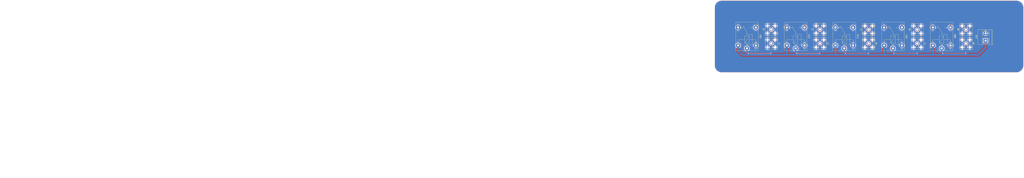
<source format=kicad_pcb>
(kicad_pcb (version 20211014) (generator pcbnew)
  (layers (0 "F.Cu" signal) (31 "B.Cu" signal) (34 "B.Paste" user) (35 "F.Paste" user) (36 "B.SilkS" user "B.Silkscreen") (37 "F.SilkS" user "F.Silkscreen") (38 "B.Mask" user) (39 "F.Mask" user) (44 "Edge.Cuts" user))
  (net 0 "")
  (net 1 "Net-(J0-Pad1)")
  (net 2 "GND")
  (net 3 "Net-(J1-Pad1)")
  (net 4 "Net-(J2-Pad1)")
  (net 5 "Net-(J3-Pad1)")
  (net 6 "Net-(J4-Pad1)")
  (net 7 "Net-(J5-Pad1)")
  (net 8 "Net-(J6-Pad1)")
  (net 9 "Net-(J7-Pad1)")
  (net 10 "Net-(J8-Pad1)")
  (net 11 "Net-(J9-Pad1)")
  (net 12 "+12V")
  (footprint "Connector_Coaxial:SMA_Amphenol_132203-12_Horizontal" (layer "F.Cu") (at 175.7 127.25 180)
    (fp_text reference "J7" (at -5.2 0 90) (layer "F.SilkS"))
    (fp_text value "SMA Connector")
    (fp_line (start -4.15 -4.15) (end -4.15 4.15) (layer "F.SilkS") (width 0.12))
    (fp_line (start 4.15 -4.15) (end 4.15 4.15) (layer "F.SilkS") (width 0.12))
    (fp_line (start -4.15 4.15) (end 4.15 4.15) (layer "F.SilkS") (width 0.12))
    (fp_line (start -4.15 -4.15) (end 4.15 -4.15) (layer "F.SilkS") (width 0.12))
    (pad "1" thru_hole circle (at 0 0 180) (size 2.25 2.25) (drill 1.5) (layers *.Cu *.Mask) (net 9 "Net-(J7-Pad1)"))
    (pad "2" thru_hole circle (at 2.54 2.54 270) (size 2.25 2.25) (drill 1.7) (layers *.Cu *.Mask) (net 2 "GND"))
    (pad "2" thru_hole circle (at 2.54 -2.54 180) (size 2.25 2.25) (drill 1.7) (layers *.Cu *.Mask) (net 2 "GND"))
    (pad "2" thru_hole circle (at -2.54 2.54 180) (size 2.25 2.25) (drill 1.7) (layers *.Cu *.Mask) (net 2 "GND"))
    (pad "2" thru_hole circle (at -2.54 -2.54 180) (size 2.25 2.25) (drill 1.7) (layers *.Cu *.Mask) (net 2 "GND"))
  )
  (footprint "Connector_Coaxial:SMA_Amphenol_132203-12_Horizontal" (layer "F.Cu") (at 175.7 117.8)
    (fp_text reference "J6" (at -5.2 0 90) (layer "F.SilkS"))
    (fp_text value "SMA Connector")
    (fp_line (start -4.15 4.15) (end 4.15 4.15) (layer "F.SilkS") (width 0.12))
    (fp_line (start -4.15 -4.15) (end -4.15 4.15) (layer "F.SilkS") (width 0.12))
    (fp_line (start 4.15 -4.15) (end 4.15 4.15) (layer "F.SilkS") (width 0.12))
    (fp_line (start -4.15 -4.15) (end 4.15 -4.15) (layer "F.SilkS") (width 0.12))
    (pad "1" thru_hole circle (at 0 0) (size 2.25 2.25) (drill 1.5) (layers *.Cu *.Mask) (net 8 "Net-(J6-Pad1)"))
    (pad "2" thru_hole circle (at -2.54 2.54) (size 2.25 2.25) (drill 1.7) (layers *.Cu *.Mask) (net 2 "GND"))
    (pad "2" thru_hole circle (at 2.54 2.54 90) (size 2.25 2.25) (drill 1.7) (layers *.Cu *.Mask) (net 2 "GND"))
    (pad "2" thru_hole circle (at -2.54 -2.54) (size 2.25 2.25) (drill 1.7) (layers *.Cu *.Mask) (net 2 "GND"))
    (pad "2" thru_hole circle (at 2.54 -2.54) (size 2.25 2.25) (drill 1.7) (layers *.Cu *.Mask) (net 2 "GND"))
  )
  (footprint "Connector_Coaxial:SMA_Amphenol_132203-12_Horizontal" (layer "F.Cu") (at 142.7 127.25 180)
    (fp_text reference "J5" (at -5.2 0 90) (layer "F.SilkS"))
    (fp_text value "SMA Connector")
    (fp_line (start -4.15 4.15) (end 4.15 4.15) (layer "F.SilkS") (width 0.12))
    (fp_line (start -4.15 -4.15) (end -4.15 4.15) (layer "F.SilkS") (width 0.12))
    (fp_line (start 4.15 -4.15) (end 4.15 4.15) (layer "F.SilkS") (width 0.12))
    (fp_line (start -4.15 -4.15) (end 4.15 -4.15) (layer "F.SilkS") (width 0.12))
    (pad "1" thru_hole circle (at 0 0 180) (size 2.25 2.25) (drill 1.5) (layers *.Cu *.Mask) (net 7 "Net-(J5-Pad1)"))
    (pad "2" thru_hole circle (at -2.54 -2.54 180) (size 2.25 2.25) (drill 1.7) (layers *.Cu *.Mask) (net 2 "GND"))
    (pad "2" thru_hole circle (at 2.54 -2.54 180) (size 2.25 2.25) (drill 1.7) (layers *.Cu *.Mask) (net 2 "GND"))
    (pad "2" thru_hole circle (at -2.54 2.54 180) (size 2.25 2.25) (drill 1.7) (layers *.Cu *.Mask) (net 2 "GND"))
    (pad "2" thru_hole circle (at 2.54 2.54 270) (size 2.25 2.25) (drill 1.7) (layers *.Cu *.Mask) (net 2 "GND"))
  )
  (footprint "Relay_THT:Relay_SPDT_Finder_36.11" (layer "F.Cu") (at 126.2 130.550002 90)
    (fp_text reference "K45" (at 8.1 9.2 90) (layer "F.SilkS"))
    (fp_text value "FINDER-36.11")
    (fp_line (start -1.5 -7.7) (end 17.7 -7.7) (layer "F.SilkS") (width 0.12))
    (fp_line (start 8.5 1.5) (end 3.5 -1.5) (layer "F.SilkS") (width 0.12))
    (fp_line (start 2.6 0) (end 2.6 3.7) (layer "F.SilkS") (width 0.12))
    (fp_line (start 6 -6) (end 6 -1.5) (layer "F.SilkS") (width 0.12))
    (fp_line (start -1.5 -7.7) (end -1.5 -1.2) (layer "F.SilkS") (width 0.12))
    (fp_line (start 14.2 4.3) (end 14.2 2) (layer "F.SilkS") (width 0.12))
    (fp_line (start 9.5 0) (end 9.5 3.7) (layer "F.SilkS") (width 0.12))
    (fp_line (start 9.5 0) (end 11 0) (layer "F.SilkS") (width 0.12))
    (fp_line (start 8.5 1.5) (end 3.5 1.5) (layer "F.SilkS") (width 0.12))
    (fp_line (start -1.5 1.2) (end -1.5 7.7) (layer "F.SilkS") (width 0.12))
    (fp_line (start 6 -6) (end 3.7 -6) (layer "F.SilkS") (width 0.12))
    (fp_line (start 2.6 0) (end 1.7 0) (layer "F.SilkS") (width 0.12))
    (fp_line (start 3.5 -1.5) (end 8.5 -1.5) (layer "F.SilkS") (width 0.12))
    (fp_line (start 3.5 1.5) (end 3.5 -1.5) (layer "F.SilkS") (width 0.12))
    (fp_line (start 17.7 7.7) (end -1.5 7.7) (layer "F.SilkS") (width 0.12))
    (fp_line (start 17.7 -7.7) (end 17.7 7.7) (layer "F.SilkS") (width 0.12))
    (fp_line (start 8.5 -1.5) (end 8.5 1.5) (layer "F.SilkS") (width 0.12))
    (fp_line (start 6 1.5) (end 6 6) (layer "F.SilkS") (width 0.12))
    (fp_line (start 9.5 3.7) (end 2.6 3.7) (layer "F.SilkS") (width 0.12))
    (fp_line (start 3.7 6) (end 6 6) (layer "F.SilkS") (width 0.12))
    (fp_line (start 14.2 -4.3) (end 14.2 -2) (layer "F.SilkS") (width 0.12))
    (fp_line (start 11 0) (end 15.5 -2.7) (layer "F.SilkS") (width 0.12))
    (pad "11" thru_hole circle (at 0 0 90) (size 3 3) (drill 1.3) (layers *.Cu *.Mask) (net 7 "Net-(J5-Pad1)"))
    (pad "12" thru_hole circle (at 14.2 -6 90) (size 3 3) (drill 1.3) (layers *.Cu *.Mask) (net 2 "GND"))
    (pad "14" thru_hole circle (at 14.2 6 90) (size 3 3) (drill 1.3) (layers *.Cu *.Mask) (net 6 "Net-(J4-Pad1)"))
    (pad "A1" thru_hole circle (at 2 6 90) (size 3 3) (drill 1.3) (layers *.Cu *.Mask) (net 2 "GND"))
    (pad "A2" thru_hole circle (at 2 -6 90) (size 3 3) (drill 1.3) (layers *.Cu *.Mask) (net 12 "+12V"))
  )
  (footprint "Connector_Coaxial:SMA_Amphenol_132203-12_Horizontal" (layer "F.Cu") (at 109.7 127.25 180)
    (fp_text reference "J3" (at -5.2 0 90) (layer "F.SilkS"))
    (fp_text value "SMA Connector")
    (fp_line (start -4.15 -4.15) (end 4.15 -4.15) (layer "F.SilkS") (width 0.12))
    (fp_line (start -4.15 -4.15) (end -4.15 4.15) (layer "F.SilkS") (width 0.12))
    (fp_line (start -4.15 4.15) (end 4.15 4.15) (layer "F.SilkS") (width 0.12))
    (fp_line (start 4.15 -4.15) (end 4.15 4.15) (layer "F.SilkS") (width 0.12))
    (pad "1" thru_hole circle (at 0 0 180) (size 2.25 2.25) (drill 1.5) (layers *.Cu *.Mask) (net 5 "Net-(J3-Pad1)"))
    (pad "2" thru_hole circle (at -2.54 -2.54 180) (size 2.25 2.25) (drill 1.7) (layers *.Cu *.Mask) (net 2 "GND"))
    (pad "2" thru_hole circle (at 2.54 2.54 270) (size 2.25 2.25) (drill 1.7) (layers *.Cu *.Mask) (net 2 "GND"))
    (pad "2" thru_hole circle (at 2.54 -2.54 180) (size 2.25 2.25) (drill 1.7) (layers *.Cu *.Mask) (net 2 "GND"))
    (pad "2" thru_hole circle (at -2.54 2.54 180) (size 2.25 2.25) (drill 1.7) (layers *.Cu *.Mask) (net 2 "GND"))
  )
  (footprint "Connector_Coaxial:SMA_Amphenol_132203-12_Horizontal" (layer "F.Cu") (at 142.7 117.8)
    (fp_text reference "J4" (at -5.2 0 90) (layer "F.SilkS"))
    (fp_text value "SMA Connector")
    (fp_line (start -4.15 4.15) (end 4.15 4.15) (layer "F.SilkS") (width 0.12))
    (fp_line (start 4.15 -4.15) (end 4.15 4.15) (layer "F.SilkS") (width 0.12))
    (fp_line (start -4.15 -4.15) (end -4.15 4.15) (layer "F.SilkS") (width 0.12))
    (fp_line (start -4.15 -4.15) (end 4.15 -4.15) (layer "F.SilkS") (width 0.12))
    (pad "1" thru_hole circle (at 0 0) (size 2.25 2.25) (drill 1.5) (layers *.Cu *.Mask) (net 6 "Net-(J4-Pad1)"))
    (pad "2" thru_hole circle (at -2.54 -2.54) (size 2.25 2.25) (drill 1.7) (layers *.Cu *.Mask) (net 2 "GND"))
    (pad "2" thru_hole circle (at 2.54 2.54 90) (size 2.25 2.25) (drill 1.7) (layers *.Cu *.Mask) (net 2 "GND"))
    (pad "2" thru_hole circle (at -2.54 2.54) (size 2.25 2.25) (drill 1.7) (layers *.Cu *.Mask) (net 2 "GND"))
    (pad "2" thru_hole circle (at 2.54 -2.54) (size 2.25 2.25) (drill 1.7) (layers *.Cu *.Mask) (net 2 "GND"))
  )
  (footprint "Relay_THT:Relay_SPDT_Finder_36.11" (layer "F.Cu") (at 192.2 130.550004 90)
    (fp_text reference "K89" (at 8.1 9.2 90) (layer "F.SilkS"))
    (fp_text value "FINDER-36.11")
    (fp_line (start 14.2 4.3) (end 14.2 2) (layer "F.SilkS") (width 0.12))
    (fp_line (start 3.5 -1.5) (end 8.5 -1.5) (layer "F.SilkS") (width 0.12))
    (fp_line (start -1.5 -7.7) (end -1.5 -1.2) (layer "F.SilkS") (width 0.12))
    (fp_line (start 9.5 0) (end 9.5 3.7) (layer "F.SilkS") (width 0.12))
    (fp_line (start 3.5 1.5) (end 3.5 -1.5) (layer "F.SilkS") (width 0.12))
    (fp_line (start 8.5 1.5) (end 3.5 1.5) (layer "F.SilkS") (width 0.12))
    (fp_line (start 9.5 0) (end 11 0) (layer "F.SilkS") (width 0.12))
    (fp_line (start 8.5 1.5) (end 3.5 -1.5) (layer "F.SilkS") (width 0.12))
    (fp_line (start 17.7 -7.7) (end 17.7 7.7) (layer "F.SilkS") (width 0.12))
    (fp_line (start 2.6 0) (end 2.6 3.7) (layer "F.SilkS") (width 0.12))
    (fp_line (start 17.7 7.7) (end -1.5 7.7) (layer "F.SilkS") (width 0.12))
    (fp_line (start 6 -6) (end 6 -1.5) (layer "F.SilkS") (width 0.12))
    (fp_line (start 14.2 -4.3) (end 14.2 -2) (layer "F.SilkS") (width 0.12))
    (fp_line (start 3.7 6) (end 6 6) (layer "F.SilkS") (width 0.12))
    (fp_line (start -1.5 -7.7) (end 17.7 -7.7) (layer "F.SilkS") (width 0.12))
    (fp_line (start 6 -6) (end 3.7 -6) (layer "F.SilkS") (width 0.12))
    (fp_line (start 9.5 3.7) (end 2.6 3.7) (layer "F.SilkS") (width 0.12))
    (fp_line (start -1.5 1.2) (end -1.5 7.7) (layer "F.SilkS") (width 0.12))
    (fp_line (start 11 0) (end 15.5 -2.7) (layer "F.SilkS") (width 0.12))
    (fp_line (start 2.6 0) (end 1.7 0) (layer "F.SilkS") (width 0.12))
    (fp_line (start 6 1.5) (end 6 6) (layer "F.SilkS") (width 0.12))
    (fp_line (start 8.5 -1.5) (end 8.5 1.5) (layer "F.SilkS") (width 0.12))
    (pad "11" thru_hole circle (at 0 0 90) (size 3 3) (drill 1.3) (layers *.Cu *.Mask) (net 11 "Net-(J9-Pad1)"))
    (pad "12" thru_hole circle (at 14.2 -6 90) (size 3 3) (drill 1.3) (layers *.Cu *.Mask) (net 2 "GND"))
    (pad "14" thru_hole circle (at 14.2 6 90) (size 3 3) (drill 1.3) (layers *.Cu *.Mask) (net 10 "Net-(J8-Pad1)"))
    (pad "A1" thru_hole circle (at 2 6 90) (size 3 3) (drill 1.3) (layers *.Cu *.Mask) (net 2 "GND"))
    (pad "A2" thru_hole circle (at 2 -6 90) (size 3 3) (drill 1.3) (layers *.Cu *.Mask) (net 12 "+12V"))
  )
  (footprint "Relay_THT:Relay_SPDT_Finder_36.11" (layer "F.Cu") (at 93.2 130.550001 90)
    (fp_text reference "K23" (at 8.1 9.2 90) (layer "F.SilkS"))
    (fp_text value "FINDER-36.11")
    (fp_line (start 14.2 -4.3) (end 14.2 -2) (layer "F.SilkS") (width 0.12))
    (fp_line (start 8.5 -1.5) (end 8.5 1.5) (layer "F.SilkS") (width 0.12))
    (fp_line (start -1.5 -7.7) (end -1.5 -1.2) (layer "F.SilkS") (width 0.12))
    (fp_line (start 17.7 -7.7) (end 17.7 7.7) (layer "F.SilkS") (width 0.12))
    (fp_line (start 8.5 1.5) (end 3.5 1.5) (layer "F.SilkS") (width 0.12))
    (fp_line (start 8.5 1.5) (end 3.5 -1.5) (layer "F.SilkS") (width 0.12))
    (fp_line (start 17.7 7.7) (end -1.5 7.7) (layer "F.SilkS") (width 0.12))
    (fp_line (start 3.5 -1.5) (end 8.5 -1.5) (layer "F.SilkS") (width 0.12))
    (fp_line (start 6 -6) (end 6 -1.5) (layer "F.SilkS") (width 0.12))
    (fp_line (start 9.5 3.7) (end 2.6 3.7) (layer "F.SilkS") (width 0.12))
    (fp_line (start 2.6 0) (end 1.7 0) (layer "F.SilkS") (width 0.12))
    (fp_line (start 6 1.5) (end 6 6) (layer "F.SilkS") (width 0.12))
    (fp_line (start 3.7 6) (end 6 6) (layer "F.SilkS") (width 0.12))
    (fp_line (start 11 0) (end 15.5 -2.7) (layer "F.SilkS") (width 0.12))
    (fp_line (start 9.5 0) (end 11 0) (layer "F.SilkS") (width 0.12))
    (fp_line (start 3.5 1.5) (end 3.5 -1.5) (layer "F.SilkS") (width 0.12))
    (fp_line (start 6 -6) (end 3.7 -6) (layer "F.SilkS") (width 0.12))
    (fp_line (start 14.2 4.3) (end 14.2 2) (layer "F.SilkS") (width 0.12))
    (fp_line (start 2.6 0) (end 2.6 3.7) (layer "F.SilkS") (width 0.12))
    (fp_line (start -1.5 -7.7) (end 17.7 -7.7) (layer "F.SilkS") (width 0.12))
    (fp_line (start 9.5 0) (end 9.5 3.7) (layer "F.SilkS") (width 0.12))
    (fp_line (start -1.5 1.2) (end -1.5 7.7) (layer "F.SilkS") (width 0.12))
    (pad "11" thru_hole circle (at 0 0 90) (size 3 3) (drill 1.3) (layers *.Cu *.Mask) (net 5 "Net-(J3-Pad1)"))
    (pad "12" thru_hole circle (at 14.2 -6 90) (size 3 3) (drill 1.3) (layers *.Cu *.Mask) (net 2 "GND"))
    (pad "14" thru_hole circle (at 14.2 6 90) (size 3 3) (drill 1.3) (layers *.Cu *.Mask) (net 4 "Net-(J2-Pad1)"))
    (pad "A1" thru_hole circle (at 2 6 90) (size 3 3) (drill 1.3) (layers *.Cu *.Mask) (net 2 "GND"))
    (pad "A2" thru_hole circle (at 2 -6 90) (size 3 3) (drill 1.3) (layers *.Cu *.Mask) (net 12 "+12V"))
  )
  (footprint "Connector_Coaxial:SMA_Amphenol_132203-12_Horizontal" (layer "F.Cu") (at 76.7 117.7)
    (fp_text reference "J0" (at -5.2 0 90) (layer "F.SilkS"))
    (fp_text value "SMA Connector")
    (fp_line (start -4.15 -4.15) (end -4.15 4.15) (layer "F.SilkS") (width 0.12))
    (fp_line (start -4.15 -4.15) (end 4.15 -4.15) (layer "F.SilkS") (width 0.12))
    (fp_line (start 4.15 -4.15) (end 4.15 4.15) (layer "F.SilkS") (width 0.12))
    (fp_line (start -4.15 4.15) (end 4.15 4.15) (layer "F.SilkS") (width 0.12))
    (pad "1" thru_hole circle (at 0 0) (size 2.25 2.25) (drill 1.5) (layers *.Cu *.Mask) (net 1 "Net-(J0-Pad1)"))
    (pad "2" thru_hole circle (at 2.54 -2.54) (size 2.25 2.25) (drill 1.7) (layers *.Cu *.Mask) (net 2 "GND"))
    (pad "2" thru_hole circle (at -2.54 2.54) (size 2.25 2.25) (drill 1.7) (layers *.Cu *.Mask) (net 2 "GND"))
    (pad "2" thru_hole circle (at -2.54 -2.54) (size 2.25 2.25) (drill 1.7) (layers *.Cu *.Mask) (net 2 "GND"))
    (pad "2" thru_hole circle (at 2.54 2.54 90) (size 2.25 2.25) (drill 1.7) (layers *.Cu *.Mask) (net 2 "GND"))
  )
  (footprint "Connector_Coaxial:SMA_Amphenol_132203-12_Horizontal" (layer "F.Cu") (at 76.7 127.25 180)
    (fp_text reference "J1" (at -5.2 0 90) (layer "F.SilkS"))
    (fp_text value "SMA Connector")
    (fp_line (start -4.15 4.15) (end 4.15 4.15) (layer "F.SilkS") (width 0.12))
    (fp_line (start -4.15 -4.15) (end -4.15 4.15) (layer "F.SilkS") (width 0.12))
    (fp_line (start 4.15 -4.15) (end 4.15 4.15) (layer "F.SilkS") (width 0.12))
    (fp_line (start -4.15 -4.15) (end 4.15 -4.15) (layer "F.SilkS") (width 0.12))
    (pad "1" thru_hole circle (at 0 0 180) (size 2.25 2.25) (drill 1.5) (layers *.Cu *.Mask) (net 3 "Net-(J1-Pad1)"))
    (pad "2" thru_hole circle (at -2.54 -2.54 180) (size 2.25 2.25) (drill 1.7) (layers *.Cu *.Mask) (net 2 "GND"))
    (pad "2" thru_hole circle (at 2.54 2.54 270) (size 2.25 2.25) (drill 1.7) (layers *.Cu *.Mask) (net 2 "GND"))
    (pad "2" thru_hole circle (at 2.54 -2.54 180) (size 2.25 2.25) (drill 1.7) (layers *.Cu *.Mask) (net 2 "GND"))
    (pad "2" thru_hole circle (at -2.54 2.54 180) (size 2.25 2.25) (drill 1.7) (layers *.Cu *.Mask) (net 2 "GND"))
  )
  (footprint "Connector_Coaxial:SMA_Amphenol_132203-12_Horizontal" (layer "F.Cu") (at 208.7 117.8)
    (fp_text reference "J8" (at -5.2 0 90) (layer "F.SilkS"))
    (fp_text value "SMA Connector")
    (fp_line (start -4.15 -4.15) (end 4.15 -4.15) (layer "F.SilkS") (width 0.12))
    (fp_line (start -4.15 -4.15) (end -4.15 4.15) (layer "F.SilkS") (width 0.12))
    (fp_line (start -4.15 4.15) (end 4.15 4.15) (layer "F.SilkS") (width 0.12))
    (fp_line (start 4.15 -4.15) (end 4.15 4.15) (layer "F.SilkS") (width 0.12))
    (pad "1" thru_hole circle (at 0 0) (size 2.25 2.25) (drill 1.5) (layers *.Cu *.Mask) (net 10 "Net-(J8-Pad1)"))
    (pad "2" thru_hole circle (at 2.54 2.54 90) (size 2.25 2.25) (drill 1.7) (layers *.Cu *.Mask) (net 2 "GND"))
    (pad "2" thru_hole circle (at 2.54 -2.54) (size 2.25 2.25) (drill 1.7) (layers *.Cu *.Mask) (net 2 "GND"))
    (pad "2" thru_hole circle (at -2.54 -2.54) (size 2.25 2.25) (drill 1.7) (layers *.Cu *.Mask) (net 2 "GND"))
    (pad "2" thru_hole circle (at -2.54 2.54) (size 2.25 2.25) (drill 1.7) (layers *.Cu *.Mask) (net 2 "GND"))
  )
  (footprint "Connector_Coaxial:SMA_Amphenol_132203-12_Horizontal" (layer "F.Cu") (at 109.7 117.7)
    (fp_text reference "J2" (at -5.2 0 90) (layer "F.SilkS"))
    (fp_text value "SMA Connector")
    (fp_line (start -4.15 4.15) (end 4.15 4.15) (layer "F.SilkS") (width 0.12))
    (fp_line (start -4.15 -4.15) (end -4.15 4.15) (layer "F.SilkS") (width 0.12))
    (fp_line (start -4.15 -4.15) (end 4.15 -4.15) (layer "F.SilkS") (width 0.12))
    (fp_line (start 4.15 -4.15) (end 4.15 4.15) (layer "F.SilkS") (width 0.12))
    (pad "1" thru_hole circle (at 0 0) (size 2.25 2.25) (drill 1.5) (layers *.Cu *.Mask) (net 4 "Net-(J2-Pad1)"))
    (pad "2" thru_hole circle (at -2.54 2.54) (size 2.25 2.25) (drill 1.7) (layers *.Cu *.Mask) (net 2 "GND"))
    (pad "2" thru_hole circle (at 2.54 2.54 90) (size 2.25 2.25) (drill 1.7) (layers *.Cu *.Mask) (net 2 "GND"))
    (pad "2" thru_hole circle (at 2.54 -2.54) (size 2.25 2.25) (drill 1.7) (layers *.Cu *.Mask) (net 2 "GND"))
    (pad "2" thru_hole circle (at -2.54 -2.54) (size 2.25 2.25) (drill 1.7) (layers *.Cu *.Mask) (net 2 "GND"))
  )
  (footprint "Relay_THT:Relay_SPDT_Finder_36.11" (layer "F.Cu") (at 159.2 130.550003 90)
    (fp_text reference "K67" (at 8.1 9.2 90) (layer "F.SilkS"))
    (fp_text value "FINDER-36.11")
    (fp_line (start -1.5 -7.7) (end 17.7 -7.7) (layer "F.SilkS") (width 0.12))
    (fp_line (start 9.5 3.7) (end 2.6 3.7) (layer "F.SilkS") (width 0.12))
    (fp_line (start 14.2 4.3) (end 14.2 2) (layer "F.SilkS") (width 0.12))
    (fp_line (start 3.5 1.5) (end 3.5 -1.5) (layer "F.SilkS") (width 0.12))
    (fp_line (start 17.7 -7.7) (end 17.7 7.7) (layer "F.SilkS") (width 0.12))
    (fp_line (start 2.6 0) (end 2.6 3.7) (layer "F.SilkS") (width 0.12))
    (fp_line (start 9.5 0) (end 9.5 3.7) (layer "F.SilkS") (width 0.12))
    (fp_line (start 3.5 -1.5) (end 8.5 -1.5) (layer "F.SilkS") (width 0.12))
    (fp_line (start 3.7 6) (end 6 6) (layer "F.SilkS") (width 0.12))
    (fp_line (start 2.6 0) (end 1.7 0) (layer "F.SilkS") (width 0.12))
    (fp_line (start 11 0) (end 15.5 -2.7) (layer "F.SilkS") (width 0.12))
    (fp_line (start 14.2 -4.3) (end 14.2 -2) (layer "F.SilkS") (width 0.12))
    (fp_line (start 6 1.5) (end 6 6) (layer "F.SilkS") (width 0.12))
    (fp_line (start -1.5 1.2) (end -1.5 7.7) (layer "F.SilkS") (width 0.12))
    (fp_line (start 9.5 0) (end 11 0) (layer "F.SilkS") (width 0.12))
    (fp_line (start 8.5 1.5) (end 3.5 -1.5) (layer "F.SilkS") (width 0.12))
    (fp_line (start 6 -6) (end 6 -1.5) (layer "F.SilkS") (width 0.12))
    (fp_line (start -1.5 -7.7) (end -1.5 -1.2) (layer "F.SilkS") (width 0.12))
    (fp_line (start 8.5 -1.5) (end 8.5 1.5) (layer "F.SilkS") (width 0.12))
    (fp_line (start 6 -6) (end 3.7 -6) (layer "F.SilkS") (width 0.12))
    (fp_line (start 8.5 1.5) (end 3.5 1.5) (layer "F.SilkS") (width 0.12))
    (fp_line (start 17.7 7.7) (end -1.5 7.7) (layer "F.SilkS") (width 0.12))
    (pad "11" thru_hole circle (at 0 0 90) (size 3 3) (drill 1.3) (layers *.Cu *.Mask) (net 9 "Net-(J7-Pad1)"))
    (pad "12" thru_hole circle (at 14.2 -6 90) (size 3 3) (drill 1.3) (layers *.Cu *.Mask) (net 2 "GND"))
    (pad "14" thru_hole circle (at 14.2 6 90) (size 3 3) (drill 1.3) (layers *.Cu *.Mask) (net 8 "Net-(J6-Pad1)"))
    (pad "A1" thru_hole circle (at 2 6 90) (size 3 3) (drill 1.3) (layers *.Cu *.Mask) (net 2 "GND"))
    (pad "A2" thru_hole circle (at 2 -6 90) (size 3 3) (drill 1.3) (layers *.Cu *.Mask) (net 12 "+12V"))
  )
  (footprint "TerminalBlock_Phoenix:TerminalBlock_Phoenix_MKDS-1,5-2_1x02_P5.00mm_Horizontal" (layer "F.Cu") (at 222 125.3 90)
    (fp_text reference "J10" (at 2.5 -6.26 90) (layer "F.SilkS"))
    (fp_text value "Screw_Terminal_01x02")
    (fp_line (start -2.8 4.9) (end -2.3 4.9) (layer "F.SilkS") (width 0.12))
    (fp_line (start -2.56 -2.301) (end 7.56 -2.301) (layer "F.SilkS") (width 0.12))
    (fp_line (start -2.56 4.66) (end 7.56 4.66) (layer "F.SilkS") (width 0.12))
    (fp_line (start 6.07 -1.275) (end 6.035 -1.239) (layer "F.SilkS") (width 0.12))
    (fp_line (start -2.56 -5.261) (end 7.56 -5.261) (layer "F.SilkS") (width 0.12))
    (fp_line (start 3.966 1.239) (end 3.931 1.274) (layer "F.SilkS") (width 0.12))
    (fp_line (start 6.275 -1.069) (end 6.228 -1.023) (layer "F.SilkS") (width 0.12))
    (fp_line (start 3.773 1.023) (end 3.726 1.069) (layer "F.SilkS") (width 0.12))
    (fp_line (start -2.56 4.1) (end 7.56 4.1) (layer "F.SilkS") (width 0.12))
    (fp_line (start -2.56 2.6) (end 7.56 2.6) (layer "F.SilkS") (width 0.12))
    (fp_line (start -2.8 4.16) (end -2.8 4.9) (layer "F.SilkS") (width 0.12))
    (fp_line (start 7.56 -5.261) (end 7.56 4.66) (layer "F.SilkS") (width 0.12))
    (fp_line (start -2.56 -5.261) (end -2.56 4.66) (layer "F.SilkS") (width 0.12))
    (fp_arc (start 0.028805 1.680253) (mid -0.335551 1.646659) (end -0.684 1.535) (layer "F.SilkS") (width 0.12))
    (fp_arc (start 0.683318 1.534756) (mid 0.349292 1.643288) (end 0 1.68) (layer "F.SilkS") (width 0.12))
    (fp_arc (start -0.683042 -1.535427) (mid 0.000524 -1.680501) (end 0.684 -1.535) (layer "F.SilkS") (width 0.12))
    (fp_arc (start -1.535427 0.683042) (mid -1.680501 -0.000524) (end -1.535 -0.684) (layer "F.SilkS") (width 0.12))
    (fp_arc (start 1.535427 -0.683042) (mid 1.680501 0.000524) (end 1.535 0.684) (layer "F.SilkS") (width 0.12))
    (fp_circle (center 5 0) (end 6.68 0) (layer "F.SilkS") (width 0.12) (fill none))
    (pad "1" thru_hole rect (at 0 0 90) (size 2.6 2.6) (drill 1.3) (layers *.Cu *.Mask) (net 12 "+12V"))
    (pad "2" thru_hole circle (at 5 0 90) (size 2.6 2.6) (drill 1.3) (layers *.Cu *.Mask) (net 2 "GND"))
  )
  (footprint "Connector_Coaxial:SMA_Amphenol_132203-12_Horizontal" (layer "F.Cu") (at 208.7 127.25 180)
    (fp_text reference "J9" (at -5.2 0 90) (layer "F.SilkS"))
    (fp_text value "SMA Connector")
    (fp_line (start 4.15 -4.15) (end 4.15 4.15) (layer "F.SilkS") (width 0.12))
    (fp_line (start -4.15 4.15) (end 4.15 4.15) (layer "F.SilkS") (width 0.12))
    (fp_line (start -4.15 -4.15) (end 4.15 -4.15) (layer "F.SilkS") (width 0.12))
    (fp_line (start -4.15 -4.15) (end -4.15 4.15) (layer "F.SilkS") (width 0.12))
    (pad "1" thru_hole circle (at 0 0 180) (size 2.25 2.25) (drill 1.5) (layers *.Cu *.Mask) (net 11 "Net-(J9-Pad1)"))
    (pad "2" thru_hole circle (at 2.54 -2.54 180) (size 2.25 2.25) (drill 1.7) (layers *.Cu *.Mask) (net 2 "GND"))
    (pad "2" thru_hole circle (at -2.54 -2.54 180) (size 2.25 2.25) (drill 1.7) (layers *.Cu *.Mask) (net 2 "GND"))
    (pad "2" thru_hole circle (at 2.54 2.54 270) (size 2.25 2.25) (drill 1.7) (layers *.Cu *.Mask) (net 2 "GND"))
    (pad "2" thru_hole circle (at -2.54 2.54 180) (size 2.25 2.25) (drill 1.7) (layers *.Cu *.Mask) (net 2 "GND"))
  )
  (footprint "Relay_THT:Relay_SPDT_Finder_36.11" (layer "F.Cu") (at 60.2 130.55 90)
    (fp_text reference "K01" (at 8.1 9.2 90) (layer "F.SilkS"))
    (fp_text value "FINDER-36.11")
    (fp_line (start 3.5 -1.5) (end 8.5 -1.5) (layer "F.SilkS") (width 0.12))
    (fp_line (start 8.5 1.5) (end 3.5 1.5) (layer "F.SilkS") (width 0.12))
    (fp_line (start 9.5 3.7) (end 2.6 3.7) (layer "F.SilkS") (width 0.12))
    (fp_line (start 2.6 0) (end 1.7 0) (layer "F.SilkS") (width 0.12))
    (fp_line (start -1.5 1.2) (end -1.5 7.7) (layer "F.SilkS") (width 0.12))
    (fp_line (start 11 0) (end 15.5 -2.7) (layer "F.SilkS") (width 0.12))
    (fp_line (start -1.5 -7.7) (end -1.5 -1.2) (layer "F.SilkS") (width 0.12))
    (fp_line (start 17.7 7.7) (end -1.5 7.7) (layer "F.SilkS") (width 0.12))
    (fp_line (start 6 -6) (end 6 -1.5) (layer "F.SilkS") (width 0.12))
    (fp_line (start 8.5 1.5) (end 3.5 -1.5) (layer "F.SilkS") (width 0.12))
    (fp_line (start 14.2 4.3) (end 14.2 2) (layer "F.SilkS") (width 0.12))
    (fp_line (start 9.5 0) (end 9.5 3.7) (layer "F.SilkS") (width 0.12))
    (fp_line (start 2.6 0) (end 2.6 3.7) (layer "F.SilkS") (width 0.12))
    (fp_line (start 3.7 6) (end 6 6) (layer "F.SilkS") (width 0.12))
    (fp_line (start 3.5 1.5) (end 3.5 -1.5) (layer "F.SilkS") (width 0.12))
    (fp_line (start 6 1.5) (end 6 6) (layer "F.SilkS") (width 0.12))
    (fp_line (start 9.5 0) (end 11 0) (layer "F.SilkS") (width 0.12))
    (fp_line (start 17.7 -7.7) (end 17.7 7.7) (layer "F.SilkS") (width 0.12))
    (fp_line (start 6 -6) (end 3.7 -6) (layer "F.SilkS") (width 0.12))
    (fp_line (start 14.2 -4.3) (end 14.2 -2) (layer "F.SilkS") (width 0.12))
    (fp_line (start 8.5 -1.5) (end 8.5 1.5) (layer "F.SilkS") (width 0.12))
    (fp_line (start -1.5 -7.7) (end 17.7 -7.7) (layer "F.SilkS") (width 0.12))
    (pad "11" thru_hole circle (at 0 0 90) (size 3 3) (drill 1.3) (layers *.Cu *.Mask) (net 3 "Net-(J1-Pad1)"))
    (pad "12" thru_hole circle (at 14.2 -6 90) (size 3 3) (drill 1.3) (layers *.Cu *.Mask) (net 2 "GND"))
    (pad "14" thru_hole circle (at 14.2 6 90) (size 3 3) (drill 1.3) (layers *.Cu *.Mask) (net 1 "Net-(J0-Pad1)"))
    (pad "A1" thru_hole circle (at 2 6 90) (size 3 3) (drill 1.3) (layers *.Cu *.Mask) (net 2 "GND"))
    (pad "A2" thru_hole circle (at 2 -6 90) (size 3 3) (drill 1.3) (layers *.Cu *.Mask) (net 12 "+12V"))
  )
  (gr_line (start 43 147.2) (end 243 147.2) (layer "Edge.Cuts") (width 0.1))
  (gr_arc (start 38 102.7) (mid 39.464466 99.164466) (end 43 97.7) (layer "Edge.Cuts") (width 0.1))
  (gr_arc (start 248 142.2) (mid 246.535534 145.735534) (end 243 147.2) (layer "Edge.Cuts") (width 0.1))
  (gr_arc (start 243 97.7) (mid 246.535534 99.164466) (end 248 102.7) (layer "Edge.Cuts") (width 0.1))
  (gr_line (start 38 102.7) (end 38 142.2) (layer "Edge.Cuts") (width 0.1))
  (gr_line (start 248 142.2) (end 248 102.7) (layer "Edge.Cuts") (width 0.1))
  (gr_line (start 243 97.7) (end 43 97.7) (layer "Edge.Cuts") (width 0.1))
  (gr_arc (start 43 147.2) (mid 39.464466 145.735534) (end 38 142.2) (layer "Edge.Cuts") (width 0.1))
  (segment (start 76.7 117.7) (end 76.7 112.1) (width 0.533) (layer "F.Cu") (net 1))
  (segment (start 76.7 112.1) (end 75.6 111) (width 0.533) (layer "F.Cu") (net 1))
  (segment (start 68.6 111) (end 67 111) (width 0.533) (layer "F.Cu") (net 1))
  (segment (start 66.2 111.8) (end 66.2 116.35) (width 0.533) (layer "F.Cu") (net 1))
  (segment (start 68.6 111) (end 68 111) (width 0.533) (layer "F.Cu") (net 1))
  (segment (start 67 111) (end 66.2 111.8) (width 0.533) (layer "F.Cu") (net 1))
  (segment (start 75.6 111) (end 68.6 111) (width 0.533) (layer "F.Cu") (net 1))
  (segment (start 76.7 132.8) (end 76.7 127.25) (width 0.533) (layer "F.Cu") (net 3))
  (segment (start 60.2 130.55) (end 60.2 132.3) (width 0.533) (layer "F.Cu") (net 3))
  (segment (start 61.7 133.8) (end 75.7 133.8) (width 0.533) (layer "F.Cu") (net 3))
  (segment (start 60.2 132.3) (end 61.7 133.8) (width 0.533) (layer "F.Cu") (net 3))
  (segment (start 75.7 133.8) (end 76.7 132.8) (width 0.533) (layer "F.Cu") (net 3))
  (segment (start 101.6 111) (end 100 111) (width 0.533) (layer "F.Cu") (net 4))
  (segment (start 101.6 111) (end 101 111) (width 0.533) (layer "F.Cu") (net 4))
  (segment (start 100 111) (end 99.2 111.8) (width 0.533) (layer "F.Cu") (net 4))
  (segment (start 109.7 117.7) (end 109.7 112.1) (width 0.533) (layer "F.Cu") (net 4))
  (segment (start 99.2 111.8) (end 99.2 116.35) (width 0.533) (layer "F.Cu") (net 4))
  (segment (start 109.7 112.1) (end 108.6 111) (width 0.533) (layer "F.Cu") (net 4))
  (segment (start 108.6 111) (end 101.6 111) (width 0.533) (layer "F.Cu") (net 4))
  (segment (start 109.7 132.8) (end 109.7 127.25) (width 0.533) (layer "F.Cu") (net 5))
  (segment (start 108.7 133.8) (end 109.7 132.8) (width 0.533) (layer "F.Cu") (net 5))
  (segment (start 94.7 133.8) (end 108.7 133.8) (width 0.533) (layer "F.Cu") (net 5))
  (segment (start 93.2 130.55) (end 93.2 132.3) (width 0.533) (layer "F.Cu") (net 5))
  (segment (start 93.2 132.3) (end 94.7 133.8) (width 0.533) (layer "F.Cu") (net 5))
  (segment (start 142.7 112.2) (end 141.6 111.1) (width 0.533) (layer "F.Cu") (net 6))
  (segment (start 142.7 117.8) (end 142.7 112.2) (width 0.533) (layer "F.Cu") (net 6))
  (segment (start 132.2 111.9) (end 132.2 116.45) (width 0.533) (layer "F.Cu") (net 6))
  (segment (start 141.6 111.1) (end 134.6 111.1) (width 0.533) (layer "F.Cu") (net 6))
  (segment (start 133 111.1) (end 132.2 111.9) (width 0.533) (layer "F.Cu") (net 6))
  (segment (start 134.6 111.1) (end 134 111.1) (width 0.533) (layer "F.Cu") (net 6))
  (segment (start 134.6 111.1) (end 133 111.1) (width 0.533) (layer "F.Cu") (net 6))
  (segment (start 126.2 132.4) (end 127.7 133.9) (width 0.533) (layer "F.Cu") (net 7))
  (segment (start 127.7 133.9) (end 141.7 133.9) (width 0.533) (layer "F.Cu") (net 7))
  (segment (start 142.7 132.9) (end 142.7 127.35) (width 0.533) (layer "F.Cu") (net 7))
  (segment (start 126.2 130.65) (end 126.2 132.4) (width 0.533) (layer "F.Cu") (net 7))
  (segment (start 141.7 133.9) (end 142.7 132.9) (width 0.533) (layer "F.Cu") (net 7))
  (segment (start 174.6 111.1) (end 167.6 111.1) (width 0.533) (layer "F.Cu") (net 8))
  (segment (start 175.7 117.8) (end 175.7 112.2) (width 0.533) (layer "F.Cu") (net 8))
  (segment (start 175.7 112.2) (end 174.6 111.1) (width 0.533) (layer "F.Cu") (net 8))
  (segment (start 166 111.1) (end 165.2 111.9) (width 0.533) (layer "F.Cu") (net 8))
  (segment (start 167.6 111.1) (end 166 111.1) (width 0.533) (layer "F.Cu") (net 8))
  (segment (start 165.2 111.9) (end 165.2 116.45) (width 0.533) (layer "F.Cu") (net 8))
  (segment (start 167.6 111.1) (end 167 111.1) (width 0.533) (layer "F.Cu") (net 8))
  (segment (start 159.2 132.4) (end 160.7 133.9) (width 0.533) (layer "F.Cu") (net 9))
  (segment (start 175.7 132.9) (end 175.7 127.35) (width 0.533) (layer "F.Cu") (net 9))
  (segment (start 174.7 133.9) (end 175.7 132.9) (width 0.533) (layer "F.Cu") (net 9))
  (segment (start 159.2 130.65) (end 159.2 132.4) (width 0.533) (layer "F.Cu") (net 9))
  (segment (start 160.7 133.9) (end 174.7 133.9) (width 0.533) (layer "F.Cu") (net 9))
  (segment (start 199 111.1) (end 198.2 111.9) (width 0.533) (layer "F.Cu") (net 10))
  (segment (start 208.7 112.2) (end 207.6 111.1) (width 0.533) (layer "F.Cu") (net 10))
  (segment (start 200.6 111.1) (end 200 111.1) (width 0.533) (layer "F.Cu") (net 10))
  (segment (start 198.2 111.9) (end 198.2 116.45) (width 0.533) (layer "F.Cu") (net 10))
  (segment (start 200.6 111.1) (end 199 111.1) (width 0.533) (layer "F.Cu") (net 10))
  (segment (start 207.6 111.1) (end 200.6 111.1) (width 0.533) (layer "F.Cu") (net 10))
  (segment (start 208.7 117.8) (end 208.7 112.2) (width 0.533) (layer "F.Cu") (net 10))
  (segment (start 192.2 132.4) (end 193.7 133.9) (width 0.533) (layer "F.Cu") (net 11))
  (segment (start 193.7 133.9) (end 207.7 133.9) (width 0.533) (layer "F.Cu") (net 11))
  (segment (start 192.2 130.65) (end 192.2 132.4) (width 0.533) (layer "F.Cu") (net 11))
  (segment (start 207.7 133.9) (end 208.7 132.9) (width 0.533) (layer "F.Cu") (net 11))
  (segment (start 208.7 132.9) (end 208.7 127.35) (width 0.533) (layer "F.Cu") (net 11))
  (segment (start 87.1 134.9) (end 57 134.9) (width 1.5) (layer "B.Cu") (net 12))
  (segment (start 120 134.9) (end 87.1 134.9) (width 1.5) (layer "B.Cu") (net 12))
  (segment (start 153.2 134.7) (end 153.4 134.9) (width 1.5) (layer "B.Cu") (net 12))
  (segment (start 222 125.3) (end 222 130) (width 1.5) (layer "B.Cu") (net 12))
  (segment (start 87.2 134.8) (end 87.1 134.9) (width 1.5) (layer "B.Cu") (net 12))
  (segment (start 120.2 128.550002) (end 120.2 134.7) (width 1.5) (layer "B.Cu") (net 12))
  (segment (start 153.4 134.9) (end 120 134.9) (width 1.5) (layer "B.Cu") (net 12))
  (segment (start 153.2 128.550003) (end 153.2 134.7) (width 1.5) (layer "B.Cu") (net 12))
  (segment (start 54.2 132.1) (end 54.2 128.55) (width 1.5) (layer "B.Cu") (net 12))
  (segment (start 186.2 134.6) (end 186.5 134.9) (width 1.5) (layer "B.Cu") (net 12))
  (segment (start 222 130) (end 217.1 134.9) (width 1.5) (layer "B.Cu") (net 12))
  (segment (start 120.2 134.7) (end 120 134.9) (width 1.5) (layer "B.Cu") (net 12))
  (segment (start 217.1 134.9) (end 186.5 134.9) (width 1.5) (layer "B.Cu") (net 12))
  (segment (start 186.5 134.9) (end 153.4 134.9) (width 1.5) (layer "B.Cu") (net 12))
  (segment (start 186.2 128.550004) (end 186.2 134.6) (width 1.5) (layer "B.Cu") (net 12))
  (segment (start 57 134.9) (end 54.2 132.1) (width 1.5) (layer "B.Cu") (net 12))
  (segment (start 87.2 128.550001) (end 87.2 134.8) (width 1.5) (layer "B.Cu") (net 12))
  (zone (net 2) (net_name "GND") (layers F&B.Cu) (connect_pads (clearance 0.508)) (min_thickness 0.254) (fill yes (thermal_gap 0.508) (thermal_bridge_width 0.508))
    (polygon (pts (xy 248 147.2) (xy 38 147.2) (xy 38 97.7) (xy 248 97.7)))
  )
)
</source>
